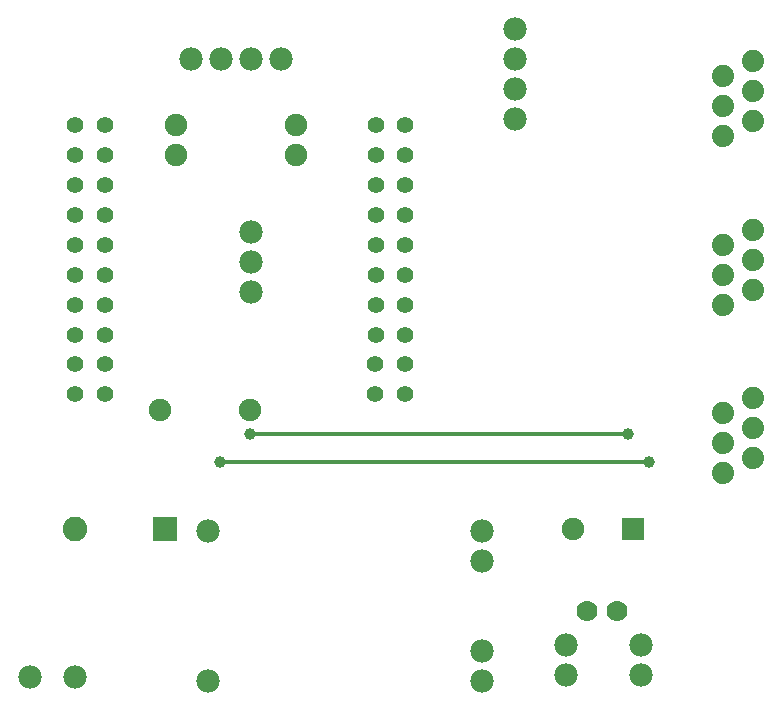
<source format=gtl>
G04 MADE WITH FRITZING*
G04 WWW.FRITZING.ORG*
G04 DOUBLE SIDED*
G04 HOLES PLATED*
G04 CONTOUR ON CENTER OF CONTOUR VECTOR*
%ASAXBY*%
%FSLAX23Y23*%
%MOIN*%
%OFA0B0*%
%SFA1.0B1.0*%
%ADD10C,0.078000*%
%ADD11C,0.075000*%
%ADD12C,0.074000*%
%ADD13C,0.070000*%
%ADD14C,0.055118*%
%ADD15C,0.082000*%
%ADD16C,0.039370*%
%ADD17R,0.075000X0.075000*%
%ADD18R,0.082000X0.082000*%
%ADD19C,0.012000*%
%LNCOPPER1*%
G90*
G70*
G54D10*
X815Y1635D03*
X815Y1535D03*
X815Y1435D03*
X918Y2214D03*
X818Y2214D03*
X718Y2214D03*
X618Y2214D03*
G54D11*
X513Y1041D03*
X813Y1041D03*
X568Y1994D03*
X968Y1994D03*
X568Y1894D03*
X968Y1894D03*
G54D12*
X2389Y831D03*
X2489Y881D03*
X2389Y931D03*
X2489Y981D03*
X2389Y1031D03*
X2489Y1081D03*
X2389Y831D03*
X2489Y881D03*
X2389Y931D03*
X2489Y981D03*
X2389Y1031D03*
X2489Y1081D03*
X2389Y1392D03*
X2489Y1442D03*
X2389Y1492D03*
X2489Y1542D03*
X2389Y1592D03*
X2489Y1642D03*
X2389Y1392D03*
X2489Y1442D03*
X2389Y1492D03*
X2489Y1542D03*
X2389Y1592D03*
X2489Y1642D03*
X2389Y1955D03*
X2489Y2005D03*
X2389Y2055D03*
X2489Y2105D03*
X2389Y2155D03*
X2489Y2205D03*
X2389Y1955D03*
X2489Y2005D03*
X2389Y2055D03*
X2489Y2105D03*
X2389Y2155D03*
X2489Y2205D03*
G54D11*
X2091Y647D03*
X1891Y647D03*
G54D13*
X1935Y372D03*
X2035Y372D03*
G54D10*
X673Y639D03*
X673Y138D03*
X1588Y639D03*
X1588Y539D03*
X1588Y239D03*
X1588Y138D03*
G54D14*
X1331Y1993D03*
X1331Y1893D03*
X1331Y1793D03*
X1331Y1693D03*
X1331Y1593D03*
X1331Y1493D03*
X1331Y1393D03*
X1331Y1293D03*
X1232Y1993D03*
X1232Y1893D03*
X1232Y1793D03*
X1232Y1693D03*
X1232Y1593D03*
X1232Y1493D03*
X1232Y1393D03*
X1232Y1293D03*
X231Y1993D03*
X231Y1893D03*
X231Y1793D03*
X231Y1693D03*
X231Y1593D03*
X231Y1493D03*
X231Y1393D03*
X231Y1293D03*
X331Y1993D03*
X331Y1893D03*
X331Y1793D03*
X331Y1693D03*
X331Y1593D03*
X331Y1493D03*
X331Y1393D03*
X331Y1293D03*
G54D10*
X231Y153D03*
X81Y153D03*
G54D15*
X529Y645D03*
X231Y645D03*
G54D10*
X1696Y2314D03*
X1696Y2214D03*
X1696Y2114D03*
X1696Y2014D03*
X2118Y259D03*
X2118Y159D03*
X1867Y259D03*
X1867Y159D03*
G54D14*
X1331Y1195D03*
X1331Y1095D03*
X1231Y1195D03*
X1231Y1095D03*
X331Y1195D03*
X331Y1095D03*
X231Y1195D03*
X231Y1095D03*
G54D16*
X713Y869D03*
X2144Y869D03*
X813Y961D03*
X2073Y961D03*
G54D17*
X2091Y647D03*
G54D18*
X530Y645D03*
G54D19*
X2131Y869D02*
X726Y869D01*
D02*
X2054Y961D02*
X832Y961D01*
G04 End of Copper1*
M02*
</source>
